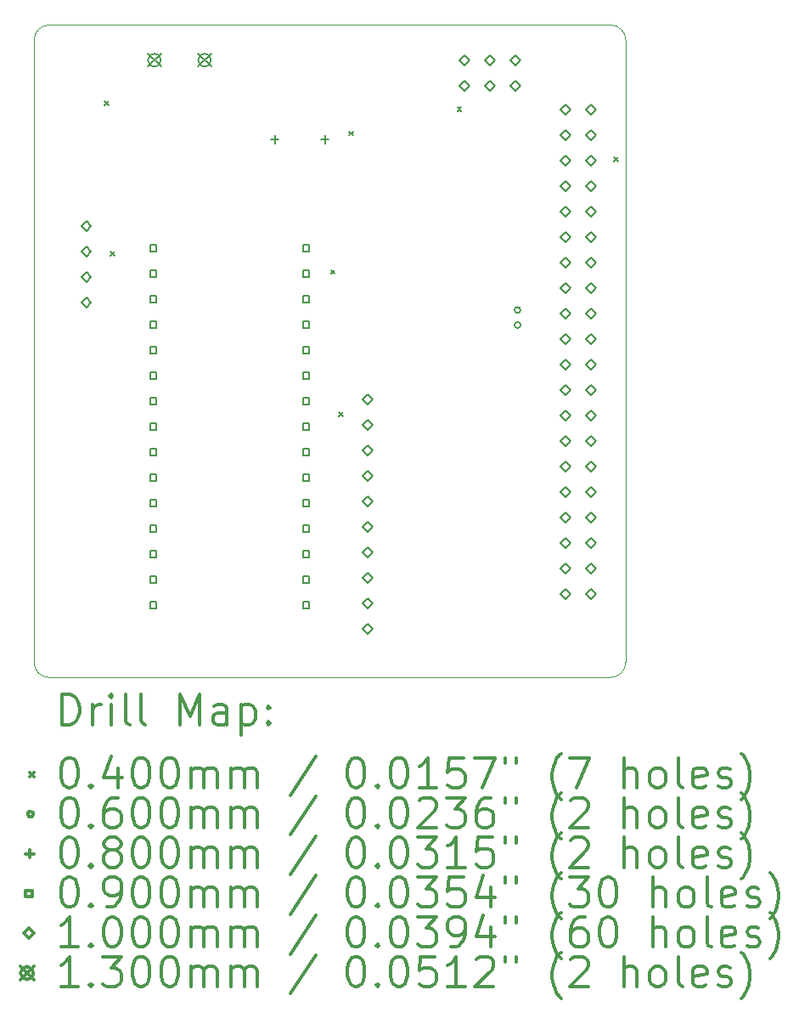
<source format=gbr>
%FSLAX45Y45*%
G04 Gerber Fmt 4.5, Leading zero omitted, Abs format (unit mm)*
G04 Created by KiCad (PCBNEW (5.1.10)-1) date 2022-04-09 21:30:46*
%MOMM*%
%LPD*%
G01*
G04 APERTURE LIST*
%TA.AperFunction,Profile*%
%ADD10C,0.100000*%
%TD*%
%ADD11C,0.200000*%
%ADD12C,0.300000*%
G04 APERTURE END LIST*
D10*
X9800000Y-7250000D02*
G75*
G02*
X9950000Y-7100000I150000J0D01*
G01*
X9950000Y-13600000D02*
G75*
G02*
X9800000Y-13450000I0J150000D01*
G01*
X15700000Y-13450000D02*
G75*
G02*
X15550000Y-13600000I-150000J0D01*
G01*
X9950000Y-7100000D02*
X15550000Y-7100000D01*
X9800000Y-13450000D02*
X9800000Y-7250000D01*
X15550000Y-13600000D02*
X9950000Y-13600000D01*
X15700000Y-7250000D02*
X15700000Y-13450000D01*
X15550000Y-7100000D02*
G75*
G02*
X15700000Y-7250000I0J-150000D01*
G01*
D11*
X10500000Y-7860000D02*
X10540000Y-7900000D01*
X10540000Y-7860000D02*
X10500000Y-7900000D01*
X10560000Y-9360000D02*
X10600000Y-9400000D01*
X10600000Y-9360000D02*
X10560000Y-9400000D01*
X12760000Y-9540000D02*
X12800000Y-9580000D01*
X12800000Y-9540000D02*
X12760000Y-9580000D01*
X12840000Y-10960000D02*
X12880000Y-11000000D01*
X12880000Y-10960000D02*
X12840000Y-11000000D01*
X12940000Y-8160000D02*
X12980000Y-8200000D01*
X12980000Y-8160000D02*
X12940000Y-8200000D01*
X14020000Y-7920000D02*
X14060000Y-7960000D01*
X14060000Y-7920000D02*
X14020000Y-7960000D01*
X15580000Y-8420000D02*
X15620000Y-8460000D01*
X15620000Y-8420000D02*
X15580000Y-8460000D01*
X14650000Y-9940000D02*
G75*
G03*
X14650000Y-9940000I-30000J0D01*
G01*
X14650000Y-10090000D02*
G75*
G03*
X14650000Y-10090000I-30000J0D01*
G01*
X12200000Y-8200000D02*
X12200000Y-8280000D01*
X12160000Y-8240000D02*
X12240000Y-8240000D01*
X12700000Y-8200000D02*
X12700000Y-8280000D01*
X12660000Y-8240000D02*
X12740000Y-8240000D01*
X11019820Y-9353820D02*
X11019820Y-9290180D01*
X10956180Y-9290180D01*
X10956180Y-9353820D01*
X11019820Y-9353820D01*
X11019820Y-9607820D02*
X11019820Y-9544180D01*
X10956180Y-9544180D01*
X10956180Y-9607820D01*
X11019820Y-9607820D01*
X11019820Y-9861820D02*
X11019820Y-9798180D01*
X10956180Y-9798180D01*
X10956180Y-9861820D01*
X11019820Y-9861820D01*
X11019820Y-10115820D02*
X11019820Y-10052180D01*
X10956180Y-10052180D01*
X10956180Y-10115820D01*
X11019820Y-10115820D01*
X11019820Y-10369820D02*
X11019820Y-10306180D01*
X10956180Y-10306180D01*
X10956180Y-10369820D01*
X11019820Y-10369820D01*
X11019820Y-10623820D02*
X11019820Y-10560180D01*
X10956180Y-10560180D01*
X10956180Y-10623820D01*
X11019820Y-10623820D01*
X11019820Y-10877820D02*
X11019820Y-10814180D01*
X10956180Y-10814180D01*
X10956180Y-10877820D01*
X11019820Y-10877820D01*
X11019820Y-11131820D02*
X11019820Y-11068180D01*
X10956180Y-11068180D01*
X10956180Y-11131820D01*
X11019820Y-11131820D01*
X11019820Y-11385820D02*
X11019820Y-11322180D01*
X10956180Y-11322180D01*
X10956180Y-11385820D01*
X11019820Y-11385820D01*
X11019820Y-11639820D02*
X11019820Y-11576180D01*
X10956180Y-11576180D01*
X10956180Y-11639820D01*
X11019820Y-11639820D01*
X11019820Y-11893820D02*
X11019820Y-11830180D01*
X10956180Y-11830180D01*
X10956180Y-11893820D01*
X11019820Y-11893820D01*
X11019820Y-12147820D02*
X11019820Y-12084180D01*
X10956180Y-12084180D01*
X10956180Y-12147820D01*
X11019820Y-12147820D01*
X11019820Y-12401820D02*
X11019820Y-12338180D01*
X10956180Y-12338180D01*
X10956180Y-12401820D01*
X11019820Y-12401820D01*
X11019820Y-12655820D02*
X11019820Y-12592180D01*
X10956180Y-12592180D01*
X10956180Y-12655820D01*
X11019820Y-12655820D01*
X11019820Y-12909820D02*
X11019820Y-12846180D01*
X10956180Y-12846180D01*
X10956180Y-12909820D01*
X11019820Y-12909820D01*
X12543820Y-9353820D02*
X12543820Y-9290180D01*
X12480180Y-9290180D01*
X12480180Y-9353820D01*
X12543820Y-9353820D01*
X12543820Y-9607820D02*
X12543820Y-9544180D01*
X12480180Y-9544180D01*
X12480180Y-9607820D01*
X12543820Y-9607820D01*
X12543820Y-9861820D02*
X12543820Y-9798180D01*
X12480180Y-9798180D01*
X12480180Y-9861820D01*
X12543820Y-9861820D01*
X12543820Y-10115820D02*
X12543820Y-10052180D01*
X12480180Y-10052180D01*
X12480180Y-10115820D01*
X12543820Y-10115820D01*
X12543820Y-10369820D02*
X12543820Y-10306180D01*
X12480180Y-10306180D01*
X12480180Y-10369820D01*
X12543820Y-10369820D01*
X12543820Y-10623820D02*
X12543820Y-10560180D01*
X12480180Y-10560180D01*
X12480180Y-10623820D01*
X12543820Y-10623820D01*
X12543820Y-10877820D02*
X12543820Y-10814180D01*
X12480180Y-10814180D01*
X12480180Y-10877820D01*
X12543820Y-10877820D01*
X12543820Y-11131820D02*
X12543820Y-11068180D01*
X12480180Y-11068180D01*
X12480180Y-11131820D01*
X12543820Y-11131820D01*
X12543820Y-11385820D02*
X12543820Y-11322180D01*
X12480180Y-11322180D01*
X12480180Y-11385820D01*
X12543820Y-11385820D01*
X12543820Y-11639820D02*
X12543820Y-11576180D01*
X12480180Y-11576180D01*
X12480180Y-11639820D01*
X12543820Y-11639820D01*
X12543820Y-11893820D02*
X12543820Y-11830180D01*
X12480180Y-11830180D01*
X12480180Y-11893820D01*
X12543820Y-11893820D01*
X12543820Y-12147820D02*
X12543820Y-12084180D01*
X12480180Y-12084180D01*
X12480180Y-12147820D01*
X12543820Y-12147820D01*
X12543820Y-12401820D02*
X12543820Y-12338180D01*
X12480180Y-12338180D01*
X12480180Y-12401820D01*
X12543820Y-12401820D01*
X12543820Y-12655820D02*
X12543820Y-12592180D01*
X12480180Y-12592180D01*
X12480180Y-12655820D01*
X12543820Y-12655820D01*
X12543820Y-12909820D02*
X12543820Y-12846180D01*
X12480180Y-12846180D01*
X12480180Y-12909820D01*
X12543820Y-12909820D01*
X10320000Y-9150000D02*
X10370000Y-9100000D01*
X10320000Y-9050000D01*
X10270000Y-9100000D01*
X10320000Y-9150000D01*
X10320000Y-9404000D02*
X10370000Y-9354000D01*
X10320000Y-9304000D01*
X10270000Y-9354000D01*
X10320000Y-9404000D01*
X10320000Y-9658000D02*
X10370000Y-9608000D01*
X10320000Y-9558000D01*
X10270000Y-9608000D01*
X10320000Y-9658000D01*
X10320000Y-9912000D02*
X10370000Y-9862000D01*
X10320000Y-9812000D01*
X10270000Y-9862000D01*
X10320000Y-9912000D01*
X13125000Y-10880000D02*
X13175000Y-10830000D01*
X13125000Y-10780000D01*
X13075000Y-10830000D01*
X13125000Y-10880000D01*
X13125000Y-11134000D02*
X13175000Y-11084000D01*
X13125000Y-11034000D01*
X13075000Y-11084000D01*
X13125000Y-11134000D01*
X13125000Y-11388000D02*
X13175000Y-11338000D01*
X13125000Y-11288000D01*
X13075000Y-11338000D01*
X13125000Y-11388000D01*
X13125000Y-11642000D02*
X13175000Y-11592000D01*
X13125000Y-11542000D01*
X13075000Y-11592000D01*
X13125000Y-11642000D01*
X13125000Y-11896000D02*
X13175000Y-11846000D01*
X13125000Y-11796000D01*
X13075000Y-11846000D01*
X13125000Y-11896000D01*
X13125000Y-12150000D02*
X13175000Y-12100000D01*
X13125000Y-12050000D01*
X13075000Y-12100000D01*
X13125000Y-12150000D01*
X13125000Y-12404000D02*
X13175000Y-12354000D01*
X13125000Y-12304000D01*
X13075000Y-12354000D01*
X13125000Y-12404000D01*
X13125000Y-12658000D02*
X13175000Y-12608000D01*
X13125000Y-12558000D01*
X13075000Y-12608000D01*
X13125000Y-12658000D01*
X13125000Y-12912000D02*
X13175000Y-12862000D01*
X13125000Y-12812000D01*
X13075000Y-12862000D01*
X13125000Y-12912000D01*
X13125000Y-13166000D02*
X13175000Y-13116000D01*
X13125000Y-13066000D01*
X13075000Y-13116000D01*
X13125000Y-13166000D01*
X14092000Y-7500000D02*
X14142000Y-7450000D01*
X14092000Y-7400000D01*
X14042000Y-7450000D01*
X14092000Y-7500000D01*
X14092000Y-7754000D02*
X14142000Y-7704000D01*
X14092000Y-7654000D01*
X14042000Y-7704000D01*
X14092000Y-7754000D01*
X14346000Y-7500000D02*
X14396000Y-7450000D01*
X14346000Y-7400000D01*
X14296000Y-7450000D01*
X14346000Y-7500000D01*
X14346000Y-7754000D02*
X14396000Y-7704000D01*
X14346000Y-7654000D01*
X14296000Y-7704000D01*
X14346000Y-7754000D01*
X14600000Y-7500000D02*
X14650000Y-7450000D01*
X14600000Y-7400000D01*
X14550000Y-7450000D01*
X14600000Y-7500000D01*
X14600000Y-7754000D02*
X14650000Y-7704000D01*
X14600000Y-7654000D01*
X14550000Y-7704000D01*
X14600000Y-7754000D01*
X15100000Y-7990000D02*
X15150000Y-7940000D01*
X15100000Y-7890000D01*
X15050000Y-7940000D01*
X15100000Y-7990000D01*
X15100000Y-8244000D02*
X15150000Y-8194000D01*
X15100000Y-8144000D01*
X15050000Y-8194000D01*
X15100000Y-8244000D01*
X15100000Y-8498000D02*
X15150000Y-8448000D01*
X15100000Y-8398000D01*
X15050000Y-8448000D01*
X15100000Y-8498000D01*
X15100000Y-8752000D02*
X15150000Y-8702000D01*
X15100000Y-8652000D01*
X15050000Y-8702000D01*
X15100000Y-8752000D01*
X15100000Y-9006000D02*
X15150000Y-8956000D01*
X15100000Y-8906000D01*
X15050000Y-8956000D01*
X15100000Y-9006000D01*
X15100000Y-9260000D02*
X15150000Y-9210000D01*
X15100000Y-9160000D01*
X15050000Y-9210000D01*
X15100000Y-9260000D01*
X15100000Y-9514000D02*
X15150000Y-9464000D01*
X15100000Y-9414000D01*
X15050000Y-9464000D01*
X15100000Y-9514000D01*
X15100000Y-9768000D02*
X15150000Y-9718000D01*
X15100000Y-9668000D01*
X15050000Y-9718000D01*
X15100000Y-9768000D01*
X15100000Y-10022000D02*
X15150000Y-9972000D01*
X15100000Y-9922000D01*
X15050000Y-9972000D01*
X15100000Y-10022000D01*
X15100000Y-10276000D02*
X15150000Y-10226000D01*
X15100000Y-10176000D01*
X15050000Y-10226000D01*
X15100000Y-10276000D01*
X15100000Y-10530000D02*
X15150000Y-10480000D01*
X15100000Y-10430000D01*
X15050000Y-10480000D01*
X15100000Y-10530000D01*
X15100000Y-10784000D02*
X15150000Y-10734000D01*
X15100000Y-10684000D01*
X15050000Y-10734000D01*
X15100000Y-10784000D01*
X15100000Y-11038000D02*
X15150000Y-10988000D01*
X15100000Y-10938000D01*
X15050000Y-10988000D01*
X15100000Y-11038000D01*
X15100000Y-11292000D02*
X15150000Y-11242000D01*
X15100000Y-11192000D01*
X15050000Y-11242000D01*
X15100000Y-11292000D01*
X15100000Y-11546000D02*
X15150000Y-11496000D01*
X15100000Y-11446000D01*
X15050000Y-11496000D01*
X15100000Y-11546000D01*
X15100000Y-11800000D02*
X15150000Y-11750000D01*
X15100000Y-11700000D01*
X15050000Y-11750000D01*
X15100000Y-11800000D01*
X15100000Y-12054000D02*
X15150000Y-12004000D01*
X15100000Y-11954000D01*
X15050000Y-12004000D01*
X15100000Y-12054000D01*
X15100000Y-12308000D02*
X15150000Y-12258000D01*
X15100000Y-12208000D01*
X15050000Y-12258000D01*
X15100000Y-12308000D01*
X15100000Y-12562000D02*
X15150000Y-12512000D01*
X15100000Y-12462000D01*
X15050000Y-12512000D01*
X15100000Y-12562000D01*
X15100000Y-12816000D02*
X15150000Y-12766000D01*
X15100000Y-12716000D01*
X15050000Y-12766000D01*
X15100000Y-12816000D01*
X15354000Y-7990000D02*
X15404000Y-7940000D01*
X15354000Y-7890000D01*
X15304000Y-7940000D01*
X15354000Y-7990000D01*
X15354000Y-8244000D02*
X15404000Y-8194000D01*
X15354000Y-8144000D01*
X15304000Y-8194000D01*
X15354000Y-8244000D01*
X15354000Y-8498000D02*
X15404000Y-8448000D01*
X15354000Y-8398000D01*
X15304000Y-8448000D01*
X15354000Y-8498000D01*
X15354000Y-8752000D02*
X15404000Y-8702000D01*
X15354000Y-8652000D01*
X15304000Y-8702000D01*
X15354000Y-8752000D01*
X15354000Y-9006000D02*
X15404000Y-8956000D01*
X15354000Y-8906000D01*
X15304000Y-8956000D01*
X15354000Y-9006000D01*
X15354000Y-9260000D02*
X15404000Y-9210000D01*
X15354000Y-9160000D01*
X15304000Y-9210000D01*
X15354000Y-9260000D01*
X15354000Y-9514000D02*
X15404000Y-9464000D01*
X15354000Y-9414000D01*
X15304000Y-9464000D01*
X15354000Y-9514000D01*
X15354000Y-9768000D02*
X15404000Y-9718000D01*
X15354000Y-9668000D01*
X15304000Y-9718000D01*
X15354000Y-9768000D01*
X15354000Y-10022000D02*
X15404000Y-9972000D01*
X15354000Y-9922000D01*
X15304000Y-9972000D01*
X15354000Y-10022000D01*
X15354000Y-10276000D02*
X15404000Y-10226000D01*
X15354000Y-10176000D01*
X15304000Y-10226000D01*
X15354000Y-10276000D01*
X15354000Y-10530000D02*
X15404000Y-10480000D01*
X15354000Y-10430000D01*
X15304000Y-10480000D01*
X15354000Y-10530000D01*
X15354000Y-10784000D02*
X15404000Y-10734000D01*
X15354000Y-10684000D01*
X15304000Y-10734000D01*
X15354000Y-10784000D01*
X15354000Y-11038000D02*
X15404000Y-10988000D01*
X15354000Y-10938000D01*
X15304000Y-10988000D01*
X15354000Y-11038000D01*
X15354000Y-11292000D02*
X15404000Y-11242000D01*
X15354000Y-11192000D01*
X15304000Y-11242000D01*
X15354000Y-11292000D01*
X15354000Y-11546000D02*
X15404000Y-11496000D01*
X15354000Y-11446000D01*
X15304000Y-11496000D01*
X15354000Y-11546000D01*
X15354000Y-11800000D02*
X15404000Y-11750000D01*
X15354000Y-11700000D01*
X15304000Y-11750000D01*
X15354000Y-11800000D01*
X15354000Y-12054000D02*
X15404000Y-12004000D01*
X15354000Y-11954000D01*
X15304000Y-12004000D01*
X15354000Y-12054000D01*
X15354000Y-12308000D02*
X15404000Y-12258000D01*
X15354000Y-12208000D01*
X15304000Y-12258000D01*
X15354000Y-12308000D01*
X15354000Y-12562000D02*
X15404000Y-12512000D01*
X15354000Y-12462000D01*
X15304000Y-12512000D01*
X15354000Y-12562000D01*
X15354000Y-12816000D02*
X15404000Y-12766000D01*
X15354000Y-12716000D01*
X15304000Y-12766000D01*
X15354000Y-12816000D01*
X10935000Y-7385000D02*
X11065000Y-7515000D01*
X11065000Y-7385000D02*
X10935000Y-7515000D01*
X11065000Y-7450000D02*
G75*
G03*
X11065000Y-7450000I-65000J0D01*
G01*
X11435000Y-7385000D02*
X11565000Y-7515000D01*
X11565000Y-7385000D02*
X11435000Y-7515000D01*
X11565000Y-7450000D02*
G75*
G03*
X11565000Y-7450000I-65000J0D01*
G01*
D12*
X10081428Y-14070714D02*
X10081428Y-13770714D01*
X10152857Y-13770714D01*
X10195714Y-13785000D01*
X10224286Y-13813571D01*
X10238571Y-13842143D01*
X10252857Y-13899286D01*
X10252857Y-13942143D01*
X10238571Y-13999286D01*
X10224286Y-14027857D01*
X10195714Y-14056429D01*
X10152857Y-14070714D01*
X10081428Y-14070714D01*
X10381428Y-14070714D02*
X10381428Y-13870714D01*
X10381428Y-13927857D02*
X10395714Y-13899286D01*
X10410000Y-13885000D01*
X10438571Y-13870714D01*
X10467143Y-13870714D01*
X10567143Y-14070714D02*
X10567143Y-13870714D01*
X10567143Y-13770714D02*
X10552857Y-13785000D01*
X10567143Y-13799286D01*
X10581428Y-13785000D01*
X10567143Y-13770714D01*
X10567143Y-13799286D01*
X10752857Y-14070714D02*
X10724286Y-14056429D01*
X10710000Y-14027857D01*
X10710000Y-13770714D01*
X10910000Y-14070714D02*
X10881428Y-14056429D01*
X10867143Y-14027857D01*
X10867143Y-13770714D01*
X11252857Y-14070714D02*
X11252857Y-13770714D01*
X11352857Y-13985000D01*
X11452857Y-13770714D01*
X11452857Y-14070714D01*
X11724286Y-14070714D02*
X11724286Y-13913571D01*
X11710000Y-13885000D01*
X11681428Y-13870714D01*
X11624286Y-13870714D01*
X11595714Y-13885000D01*
X11724286Y-14056429D02*
X11695714Y-14070714D01*
X11624286Y-14070714D01*
X11595714Y-14056429D01*
X11581428Y-14027857D01*
X11581428Y-13999286D01*
X11595714Y-13970714D01*
X11624286Y-13956429D01*
X11695714Y-13956429D01*
X11724286Y-13942143D01*
X11867143Y-13870714D02*
X11867143Y-14170714D01*
X11867143Y-13885000D02*
X11895714Y-13870714D01*
X11952857Y-13870714D01*
X11981428Y-13885000D01*
X11995714Y-13899286D01*
X12010000Y-13927857D01*
X12010000Y-14013571D01*
X11995714Y-14042143D01*
X11981428Y-14056429D01*
X11952857Y-14070714D01*
X11895714Y-14070714D01*
X11867143Y-14056429D01*
X12138571Y-14042143D02*
X12152857Y-14056429D01*
X12138571Y-14070714D01*
X12124286Y-14056429D01*
X12138571Y-14042143D01*
X12138571Y-14070714D01*
X12138571Y-13885000D02*
X12152857Y-13899286D01*
X12138571Y-13913571D01*
X12124286Y-13899286D01*
X12138571Y-13885000D01*
X12138571Y-13913571D01*
X9755000Y-14545000D02*
X9795000Y-14585000D01*
X9795000Y-14545000D02*
X9755000Y-14585000D01*
X10138571Y-14400714D02*
X10167143Y-14400714D01*
X10195714Y-14415000D01*
X10210000Y-14429286D01*
X10224286Y-14457857D01*
X10238571Y-14515000D01*
X10238571Y-14586429D01*
X10224286Y-14643571D01*
X10210000Y-14672143D01*
X10195714Y-14686429D01*
X10167143Y-14700714D01*
X10138571Y-14700714D01*
X10110000Y-14686429D01*
X10095714Y-14672143D01*
X10081428Y-14643571D01*
X10067143Y-14586429D01*
X10067143Y-14515000D01*
X10081428Y-14457857D01*
X10095714Y-14429286D01*
X10110000Y-14415000D01*
X10138571Y-14400714D01*
X10367143Y-14672143D02*
X10381428Y-14686429D01*
X10367143Y-14700714D01*
X10352857Y-14686429D01*
X10367143Y-14672143D01*
X10367143Y-14700714D01*
X10638571Y-14500714D02*
X10638571Y-14700714D01*
X10567143Y-14386429D02*
X10495714Y-14600714D01*
X10681428Y-14600714D01*
X10852857Y-14400714D02*
X10881428Y-14400714D01*
X10910000Y-14415000D01*
X10924286Y-14429286D01*
X10938571Y-14457857D01*
X10952857Y-14515000D01*
X10952857Y-14586429D01*
X10938571Y-14643571D01*
X10924286Y-14672143D01*
X10910000Y-14686429D01*
X10881428Y-14700714D01*
X10852857Y-14700714D01*
X10824286Y-14686429D01*
X10810000Y-14672143D01*
X10795714Y-14643571D01*
X10781428Y-14586429D01*
X10781428Y-14515000D01*
X10795714Y-14457857D01*
X10810000Y-14429286D01*
X10824286Y-14415000D01*
X10852857Y-14400714D01*
X11138571Y-14400714D02*
X11167143Y-14400714D01*
X11195714Y-14415000D01*
X11210000Y-14429286D01*
X11224286Y-14457857D01*
X11238571Y-14515000D01*
X11238571Y-14586429D01*
X11224286Y-14643571D01*
X11210000Y-14672143D01*
X11195714Y-14686429D01*
X11167143Y-14700714D01*
X11138571Y-14700714D01*
X11110000Y-14686429D01*
X11095714Y-14672143D01*
X11081428Y-14643571D01*
X11067143Y-14586429D01*
X11067143Y-14515000D01*
X11081428Y-14457857D01*
X11095714Y-14429286D01*
X11110000Y-14415000D01*
X11138571Y-14400714D01*
X11367143Y-14700714D02*
X11367143Y-14500714D01*
X11367143Y-14529286D02*
X11381428Y-14515000D01*
X11410000Y-14500714D01*
X11452857Y-14500714D01*
X11481428Y-14515000D01*
X11495714Y-14543571D01*
X11495714Y-14700714D01*
X11495714Y-14543571D02*
X11510000Y-14515000D01*
X11538571Y-14500714D01*
X11581428Y-14500714D01*
X11610000Y-14515000D01*
X11624286Y-14543571D01*
X11624286Y-14700714D01*
X11767143Y-14700714D02*
X11767143Y-14500714D01*
X11767143Y-14529286D02*
X11781428Y-14515000D01*
X11810000Y-14500714D01*
X11852857Y-14500714D01*
X11881428Y-14515000D01*
X11895714Y-14543571D01*
X11895714Y-14700714D01*
X11895714Y-14543571D02*
X11910000Y-14515000D01*
X11938571Y-14500714D01*
X11981428Y-14500714D01*
X12010000Y-14515000D01*
X12024286Y-14543571D01*
X12024286Y-14700714D01*
X12610000Y-14386429D02*
X12352857Y-14772143D01*
X12995714Y-14400714D02*
X13024286Y-14400714D01*
X13052857Y-14415000D01*
X13067143Y-14429286D01*
X13081428Y-14457857D01*
X13095714Y-14515000D01*
X13095714Y-14586429D01*
X13081428Y-14643571D01*
X13067143Y-14672143D01*
X13052857Y-14686429D01*
X13024286Y-14700714D01*
X12995714Y-14700714D01*
X12967143Y-14686429D01*
X12952857Y-14672143D01*
X12938571Y-14643571D01*
X12924286Y-14586429D01*
X12924286Y-14515000D01*
X12938571Y-14457857D01*
X12952857Y-14429286D01*
X12967143Y-14415000D01*
X12995714Y-14400714D01*
X13224286Y-14672143D02*
X13238571Y-14686429D01*
X13224286Y-14700714D01*
X13210000Y-14686429D01*
X13224286Y-14672143D01*
X13224286Y-14700714D01*
X13424286Y-14400714D02*
X13452857Y-14400714D01*
X13481428Y-14415000D01*
X13495714Y-14429286D01*
X13510000Y-14457857D01*
X13524286Y-14515000D01*
X13524286Y-14586429D01*
X13510000Y-14643571D01*
X13495714Y-14672143D01*
X13481428Y-14686429D01*
X13452857Y-14700714D01*
X13424286Y-14700714D01*
X13395714Y-14686429D01*
X13381428Y-14672143D01*
X13367143Y-14643571D01*
X13352857Y-14586429D01*
X13352857Y-14515000D01*
X13367143Y-14457857D01*
X13381428Y-14429286D01*
X13395714Y-14415000D01*
X13424286Y-14400714D01*
X13810000Y-14700714D02*
X13638571Y-14700714D01*
X13724286Y-14700714D02*
X13724286Y-14400714D01*
X13695714Y-14443571D01*
X13667143Y-14472143D01*
X13638571Y-14486429D01*
X14081428Y-14400714D02*
X13938571Y-14400714D01*
X13924286Y-14543571D01*
X13938571Y-14529286D01*
X13967143Y-14515000D01*
X14038571Y-14515000D01*
X14067143Y-14529286D01*
X14081428Y-14543571D01*
X14095714Y-14572143D01*
X14095714Y-14643571D01*
X14081428Y-14672143D01*
X14067143Y-14686429D01*
X14038571Y-14700714D01*
X13967143Y-14700714D01*
X13938571Y-14686429D01*
X13924286Y-14672143D01*
X14195714Y-14400714D02*
X14395714Y-14400714D01*
X14267143Y-14700714D01*
X14495714Y-14400714D02*
X14495714Y-14457857D01*
X14610000Y-14400714D02*
X14610000Y-14457857D01*
X15052857Y-14815000D02*
X15038571Y-14800714D01*
X15010000Y-14757857D01*
X14995714Y-14729286D01*
X14981428Y-14686429D01*
X14967143Y-14615000D01*
X14967143Y-14557857D01*
X14981428Y-14486429D01*
X14995714Y-14443571D01*
X15010000Y-14415000D01*
X15038571Y-14372143D01*
X15052857Y-14357857D01*
X15138571Y-14400714D02*
X15338571Y-14400714D01*
X15210000Y-14700714D01*
X15681428Y-14700714D02*
X15681428Y-14400714D01*
X15810000Y-14700714D02*
X15810000Y-14543571D01*
X15795714Y-14515000D01*
X15767143Y-14500714D01*
X15724286Y-14500714D01*
X15695714Y-14515000D01*
X15681428Y-14529286D01*
X15995714Y-14700714D02*
X15967143Y-14686429D01*
X15952857Y-14672143D01*
X15938571Y-14643571D01*
X15938571Y-14557857D01*
X15952857Y-14529286D01*
X15967143Y-14515000D01*
X15995714Y-14500714D01*
X16038571Y-14500714D01*
X16067143Y-14515000D01*
X16081428Y-14529286D01*
X16095714Y-14557857D01*
X16095714Y-14643571D01*
X16081428Y-14672143D01*
X16067143Y-14686429D01*
X16038571Y-14700714D01*
X15995714Y-14700714D01*
X16267143Y-14700714D02*
X16238571Y-14686429D01*
X16224286Y-14657857D01*
X16224286Y-14400714D01*
X16495714Y-14686429D02*
X16467143Y-14700714D01*
X16410000Y-14700714D01*
X16381428Y-14686429D01*
X16367143Y-14657857D01*
X16367143Y-14543571D01*
X16381428Y-14515000D01*
X16410000Y-14500714D01*
X16467143Y-14500714D01*
X16495714Y-14515000D01*
X16510000Y-14543571D01*
X16510000Y-14572143D01*
X16367143Y-14600714D01*
X16624286Y-14686429D02*
X16652857Y-14700714D01*
X16710000Y-14700714D01*
X16738571Y-14686429D01*
X16752857Y-14657857D01*
X16752857Y-14643571D01*
X16738571Y-14615000D01*
X16710000Y-14600714D01*
X16667143Y-14600714D01*
X16638571Y-14586429D01*
X16624286Y-14557857D01*
X16624286Y-14543571D01*
X16638571Y-14515000D01*
X16667143Y-14500714D01*
X16710000Y-14500714D01*
X16738571Y-14515000D01*
X16852857Y-14815000D02*
X16867143Y-14800714D01*
X16895714Y-14757857D01*
X16910000Y-14729286D01*
X16924286Y-14686429D01*
X16938571Y-14615000D01*
X16938571Y-14557857D01*
X16924286Y-14486429D01*
X16910000Y-14443571D01*
X16895714Y-14415000D01*
X16867143Y-14372143D01*
X16852857Y-14357857D01*
X9795000Y-14961000D02*
G75*
G03*
X9795000Y-14961000I-30000J0D01*
G01*
X10138571Y-14796714D02*
X10167143Y-14796714D01*
X10195714Y-14811000D01*
X10210000Y-14825286D01*
X10224286Y-14853857D01*
X10238571Y-14911000D01*
X10238571Y-14982429D01*
X10224286Y-15039571D01*
X10210000Y-15068143D01*
X10195714Y-15082429D01*
X10167143Y-15096714D01*
X10138571Y-15096714D01*
X10110000Y-15082429D01*
X10095714Y-15068143D01*
X10081428Y-15039571D01*
X10067143Y-14982429D01*
X10067143Y-14911000D01*
X10081428Y-14853857D01*
X10095714Y-14825286D01*
X10110000Y-14811000D01*
X10138571Y-14796714D01*
X10367143Y-15068143D02*
X10381428Y-15082429D01*
X10367143Y-15096714D01*
X10352857Y-15082429D01*
X10367143Y-15068143D01*
X10367143Y-15096714D01*
X10638571Y-14796714D02*
X10581428Y-14796714D01*
X10552857Y-14811000D01*
X10538571Y-14825286D01*
X10510000Y-14868143D01*
X10495714Y-14925286D01*
X10495714Y-15039571D01*
X10510000Y-15068143D01*
X10524286Y-15082429D01*
X10552857Y-15096714D01*
X10610000Y-15096714D01*
X10638571Y-15082429D01*
X10652857Y-15068143D01*
X10667143Y-15039571D01*
X10667143Y-14968143D01*
X10652857Y-14939571D01*
X10638571Y-14925286D01*
X10610000Y-14911000D01*
X10552857Y-14911000D01*
X10524286Y-14925286D01*
X10510000Y-14939571D01*
X10495714Y-14968143D01*
X10852857Y-14796714D02*
X10881428Y-14796714D01*
X10910000Y-14811000D01*
X10924286Y-14825286D01*
X10938571Y-14853857D01*
X10952857Y-14911000D01*
X10952857Y-14982429D01*
X10938571Y-15039571D01*
X10924286Y-15068143D01*
X10910000Y-15082429D01*
X10881428Y-15096714D01*
X10852857Y-15096714D01*
X10824286Y-15082429D01*
X10810000Y-15068143D01*
X10795714Y-15039571D01*
X10781428Y-14982429D01*
X10781428Y-14911000D01*
X10795714Y-14853857D01*
X10810000Y-14825286D01*
X10824286Y-14811000D01*
X10852857Y-14796714D01*
X11138571Y-14796714D02*
X11167143Y-14796714D01*
X11195714Y-14811000D01*
X11210000Y-14825286D01*
X11224286Y-14853857D01*
X11238571Y-14911000D01*
X11238571Y-14982429D01*
X11224286Y-15039571D01*
X11210000Y-15068143D01*
X11195714Y-15082429D01*
X11167143Y-15096714D01*
X11138571Y-15096714D01*
X11110000Y-15082429D01*
X11095714Y-15068143D01*
X11081428Y-15039571D01*
X11067143Y-14982429D01*
X11067143Y-14911000D01*
X11081428Y-14853857D01*
X11095714Y-14825286D01*
X11110000Y-14811000D01*
X11138571Y-14796714D01*
X11367143Y-15096714D02*
X11367143Y-14896714D01*
X11367143Y-14925286D02*
X11381428Y-14911000D01*
X11410000Y-14896714D01*
X11452857Y-14896714D01*
X11481428Y-14911000D01*
X11495714Y-14939571D01*
X11495714Y-15096714D01*
X11495714Y-14939571D02*
X11510000Y-14911000D01*
X11538571Y-14896714D01*
X11581428Y-14896714D01*
X11610000Y-14911000D01*
X11624286Y-14939571D01*
X11624286Y-15096714D01*
X11767143Y-15096714D02*
X11767143Y-14896714D01*
X11767143Y-14925286D02*
X11781428Y-14911000D01*
X11810000Y-14896714D01*
X11852857Y-14896714D01*
X11881428Y-14911000D01*
X11895714Y-14939571D01*
X11895714Y-15096714D01*
X11895714Y-14939571D02*
X11910000Y-14911000D01*
X11938571Y-14896714D01*
X11981428Y-14896714D01*
X12010000Y-14911000D01*
X12024286Y-14939571D01*
X12024286Y-15096714D01*
X12610000Y-14782429D02*
X12352857Y-15168143D01*
X12995714Y-14796714D02*
X13024286Y-14796714D01*
X13052857Y-14811000D01*
X13067143Y-14825286D01*
X13081428Y-14853857D01*
X13095714Y-14911000D01*
X13095714Y-14982429D01*
X13081428Y-15039571D01*
X13067143Y-15068143D01*
X13052857Y-15082429D01*
X13024286Y-15096714D01*
X12995714Y-15096714D01*
X12967143Y-15082429D01*
X12952857Y-15068143D01*
X12938571Y-15039571D01*
X12924286Y-14982429D01*
X12924286Y-14911000D01*
X12938571Y-14853857D01*
X12952857Y-14825286D01*
X12967143Y-14811000D01*
X12995714Y-14796714D01*
X13224286Y-15068143D02*
X13238571Y-15082429D01*
X13224286Y-15096714D01*
X13210000Y-15082429D01*
X13224286Y-15068143D01*
X13224286Y-15096714D01*
X13424286Y-14796714D02*
X13452857Y-14796714D01*
X13481428Y-14811000D01*
X13495714Y-14825286D01*
X13510000Y-14853857D01*
X13524286Y-14911000D01*
X13524286Y-14982429D01*
X13510000Y-15039571D01*
X13495714Y-15068143D01*
X13481428Y-15082429D01*
X13452857Y-15096714D01*
X13424286Y-15096714D01*
X13395714Y-15082429D01*
X13381428Y-15068143D01*
X13367143Y-15039571D01*
X13352857Y-14982429D01*
X13352857Y-14911000D01*
X13367143Y-14853857D01*
X13381428Y-14825286D01*
X13395714Y-14811000D01*
X13424286Y-14796714D01*
X13638571Y-14825286D02*
X13652857Y-14811000D01*
X13681428Y-14796714D01*
X13752857Y-14796714D01*
X13781428Y-14811000D01*
X13795714Y-14825286D01*
X13810000Y-14853857D01*
X13810000Y-14882429D01*
X13795714Y-14925286D01*
X13624286Y-15096714D01*
X13810000Y-15096714D01*
X13910000Y-14796714D02*
X14095714Y-14796714D01*
X13995714Y-14911000D01*
X14038571Y-14911000D01*
X14067143Y-14925286D01*
X14081428Y-14939571D01*
X14095714Y-14968143D01*
X14095714Y-15039571D01*
X14081428Y-15068143D01*
X14067143Y-15082429D01*
X14038571Y-15096714D01*
X13952857Y-15096714D01*
X13924286Y-15082429D01*
X13910000Y-15068143D01*
X14352857Y-14796714D02*
X14295714Y-14796714D01*
X14267143Y-14811000D01*
X14252857Y-14825286D01*
X14224286Y-14868143D01*
X14210000Y-14925286D01*
X14210000Y-15039571D01*
X14224286Y-15068143D01*
X14238571Y-15082429D01*
X14267143Y-15096714D01*
X14324286Y-15096714D01*
X14352857Y-15082429D01*
X14367143Y-15068143D01*
X14381428Y-15039571D01*
X14381428Y-14968143D01*
X14367143Y-14939571D01*
X14352857Y-14925286D01*
X14324286Y-14911000D01*
X14267143Y-14911000D01*
X14238571Y-14925286D01*
X14224286Y-14939571D01*
X14210000Y-14968143D01*
X14495714Y-14796714D02*
X14495714Y-14853857D01*
X14610000Y-14796714D02*
X14610000Y-14853857D01*
X15052857Y-15211000D02*
X15038571Y-15196714D01*
X15010000Y-15153857D01*
X14995714Y-15125286D01*
X14981428Y-15082429D01*
X14967143Y-15011000D01*
X14967143Y-14953857D01*
X14981428Y-14882429D01*
X14995714Y-14839571D01*
X15010000Y-14811000D01*
X15038571Y-14768143D01*
X15052857Y-14753857D01*
X15152857Y-14825286D02*
X15167143Y-14811000D01*
X15195714Y-14796714D01*
X15267143Y-14796714D01*
X15295714Y-14811000D01*
X15310000Y-14825286D01*
X15324286Y-14853857D01*
X15324286Y-14882429D01*
X15310000Y-14925286D01*
X15138571Y-15096714D01*
X15324286Y-15096714D01*
X15681428Y-15096714D02*
X15681428Y-14796714D01*
X15810000Y-15096714D02*
X15810000Y-14939571D01*
X15795714Y-14911000D01*
X15767143Y-14896714D01*
X15724286Y-14896714D01*
X15695714Y-14911000D01*
X15681428Y-14925286D01*
X15995714Y-15096714D02*
X15967143Y-15082429D01*
X15952857Y-15068143D01*
X15938571Y-15039571D01*
X15938571Y-14953857D01*
X15952857Y-14925286D01*
X15967143Y-14911000D01*
X15995714Y-14896714D01*
X16038571Y-14896714D01*
X16067143Y-14911000D01*
X16081428Y-14925286D01*
X16095714Y-14953857D01*
X16095714Y-15039571D01*
X16081428Y-15068143D01*
X16067143Y-15082429D01*
X16038571Y-15096714D01*
X15995714Y-15096714D01*
X16267143Y-15096714D02*
X16238571Y-15082429D01*
X16224286Y-15053857D01*
X16224286Y-14796714D01*
X16495714Y-15082429D02*
X16467143Y-15096714D01*
X16410000Y-15096714D01*
X16381428Y-15082429D01*
X16367143Y-15053857D01*
X16367143Y-14939571D01*
X16381428Y-14911000D01*
X16410000Y-14896714D01*
X16467143Y-14896714D01*
X16495714Y-14911000D01*
X16510000Y-14939571D01*
X16510000Y-14968143D01*
X16367143Y-14996714D01*
X16624286Y-15082429D02*
X16652857Y-15096714D01*
X16710000Y-15096714D01*
X16738571Y-15082429D01*
X16752857Y-15053857D01*
X16752857Y-15039571D01*
X16738571Y-15011000D01*
X16710000Y-14996714D01*
X16667143Y-14996714D01*
X16638571Y-14982429D01*
X16624286Y-14953857D01*
X16624286Y-14939571D01*
X16638571Y-14911000D01*
X16667143Y-14896714D01*
X16710000Y-14896714D01*
X16738571Y-14911000D01*
X16852857Y-15211000D02*
X16867143Y-15196714D01*
X16895714Y-15153857D01*
X16910000Y-15125286D01*
X16924286Y-15082429D01*
X16938571Y-15011000D01*
X16938571Y-14953857D01*
X16924286Y-14882429D01*
X16910000Y-14839571D01*
X16895714Y-14811000D01*
X16867143Y-14768143D01*
X16852857Y-14753857D01*
X9755000Y-15317000D02*
X9755000Y-15397000D01*
X9715000Y-15357000D02*
X9795000Y-15357000D01*
X10138571Y-15192714D02*
X10167143Y-15192714D01*
X10195714Y-15207000D01*
X10210000Y-15221286D01*
X10224286Y-15249857D01*
X10238571Y-15307000D01*
X10238571Y-15378429D01*
X10224286Y-15435571D01*
X10210000Y-15464143D01*
X10195714Y-15478429D01*
X10167143Y-15492714D01*
X10138571Y-15492714D01*
X10110000Y-15478429D01*
X10095714Y-15464143D01*
X10081428Y-15435571D01*
X10067143Y-15378429D01*
X10067143Y-15307000D01*
X10081428Y-15249857D01*
X10095714Y-15221286D01*
X10110000Y-15207000D01*
X10138571Y-15192714D01*
X10367143Y-15464143D02*
X10381428Y-15478429D01*
X10367143Y-15492714D01*
X10352857Y-15478429D01*
X10367143Y-15464143D01*
X10367143Y-15492714D01*
X10552857Y-15321286D02*
X10524286Y-15307000D01*
X10510000Y-15292714D01*
X10495714Y-15264143D01*
X10495714Y-15249857D01*
X10510000Y-15221286D01*
X10524286Y-15207000D01*
X10552857Y-15192714D01*
X10610000Y-15192714D01*
X10638571Y-15207000D01*
X10652857Y-15221286D01*
X10667143Y-15249857D01*
X10667143Y-15264143D01*
X10652857Y-15292714D01*
X10638571Y-15307000D01*
X10610000Y-15321286D01*
X10552857Y-15321286D01*
X10524286Y-15335571D01*
X10510000Y-15349857D01*
X10495714Y-15378429D01*
X10495714Y-15435571D01*
X10510000Y-15464143D01*
X10524286Y-15478429D01*
X10552857Y-15492714D01*
X10610000Y-15492714D01*
X10638571Y-15478429D01*
X10652857Y-15464143D01*
X10667143Y-15435571D01*
X10667143Y-15378429D01*
X10652857Y-15349857D01*
X10638571Y-15335571D01*
X10610000Y-15321286D01*
X10852857Y-15192714D02*
X10881428Y-15192714D01*
X10910000Y-15207000D01*
X10924286Y-15221286D01*
X10938571Y-15249857D01*
X10952857Y-15307000D01*
X10952857Y-15378429D01*
X10938571Y-15435571D01*
X10924286Y-15464143D01*
X10910000Y-15478429D01*
X10881428Y-15492714D01*
X10852857Y-15492714D01*
X10824286Y-15478429D01*
X10810000Y-15464143D01*
X10795714Y-15435571D01*
X10781428Y-15378429D01*
X10781428Y-15307000D01*
X10795714Y-15249857D01*
X10810000Y-15221286D01*
X10824286Y-15207000D01*
X10852857Y-15192714D01*
X11138571Y-15192714D02*
X11167143Y-15192714D01*
X11195714Y-15207000D01*
X11210000Y-15221286D01*
X11224286Y-15249857D01*
X11238571Y-15307000D01*
X11238571Y-15378429D01*
X11224286Y-15435571D01*
X11210000Y-15464143D01*
X11195714Y-15478429D01*
X11167143Y-15492714D01*
X11138571Y-15492714D01*
X11110000Y-15478429D01*
X11095714Y-15464143D01*
X11081428Y-15435571D01*
X11067143Y-15378429D01*
X11067143Y-15307000D01*
X11081428Y-15249857D01*
X11095714Y-15221286D01*
X11110000Y-15207000D01*
X11138571Y-15192714D01*
X11367143Y-15492714D02*
X11367143Y-15292714D01*
X11367143Y-15321286D02*
X11381428Y-15307000D01*
X11410000Y-15292714D01*
X11452857Y-15292714D01*
X11481428Y-15307000D01*
X11495714Y-15335571D01*
X11495714Y-15492714D01*
X11495714Y-15335571D02*
X11510000Y-15307000D01*
X11538571Y-15292714D01*
X11581428Y-15292714D01*
X11610000Y-15307000D01*
X11624286Y-15335571D01*
X11624286Y-15492714D01*
X11767143Y-15492714D02*
X11767143Y-15292714D01*
X11767143Y-15321286D02*
X11781428Y-15307000D01*
X11810000Y-15292714D01*
X11852857Y-15292714D01*
X11881428Y-15307000D01*
X11895714Y-15335571D01*
X11895714Y-15492714D01*
X11895714Y-15335571D02*
X11910000Y-15307000D01*
X11938571Y-15292714D01*
X11981428Y-15292714D01*
X12010000Y-15307000D01*
X12024286Y-15335571D01*
X12024286Y-15492714D01*
X12610000Y-15178429D02*
X12352857Y-15564143D01*
X12995714Y-15192714D02*
X13024286Y-15192714D01*
X13052857Y-15207000D01*
X13067143Y-15221286D01*
X13081428Y-15249857D01*
X13095714Y-15307000D01*
X13095714Y-15378429D01*
X13081428Y-15435571D01*
X13067143Y-15464143D01*
X13052857Y-15478429D01*
X13024286Y-15492714D01*
X12995714Y-15492714D01*
X12967143Y-15478429D01*
X12952857Y-15464143D01*
X12938571Y-15435571D01*
X12924286Y-15378429D01*
X12924286Y-15307000D01*
X12938571Y-15249857D01*
X12952857Y-15221286D01*
X12967143Y-15207000D01*
X12995714Y-15192714D01*
X13224286Y-15464143D02*
X13238571Y-15478429D01*
X13224286Y-15492714D01*
X13210000Y-15478429D01*
X13224286Y-15464143D01*
X13224286Y-15492714D01*
X13424286Y-15192714D02*
X13452857Y-15192714D01*
X13481428Y-15207000D01*
X13495714Y-15221286D01*
X13510000Y-15249857D01*
X13524286Y-15307000D01*
X13524286Y-15378429D01*
X13510000Y-15435571D01*
X13495714Y-15464143D01*
X13481428Y-15478429D01*
X13452857Y-15492714D01*
X13424286Y-15492714D01*
X13395714Y-15478429D01*
X13381428Y-15464143D01*
X13367143Y-15435571D01*
X13352857Y-15378429D01*
X13352857Y-15307000D01*
X13367143Y-15249857D01*
X13381428Y-15221286D01*
X13395714Y-15207000D01*
X13424286Y-15192714D01*
X13624286Y-15192714D02*
X13810000Y-15192714D01*
X13710000Y-15307000D01*
X13752857Y-15307000D01*
X13781428Y-15321286D01*
X13795714Y-15335571D01*
X13810000Y-15364143D01*
X13810000Y-15435571D01*
X13795714Y-15464143D01*
X13781428Y-15478429D01*
X13752857Y-15492714D01*
X13667143Y-15492714D01*
X13638571Y-15478429D01*
X13624286Y-15464143D01*
X14095714Y-15492714D02*
X13924286Y-15492714D01*
X14010000Y-15492714D02*
X14010000Y-15192714D01*
X13981428Y-15235571D01*
X13952857Y-15264143D01*
X13924286Y-15278429D01*
X14367143Y-15192714D02*
X14224286Y-15192714D01*
X14210000Y-15335571D01*
X14224286Y-15321286D01*
X14252857Y-15307000D01*
X14324286Y-15307000D01*
X14352857Y-15321286D01*
X14367143Y-15335571D01*
X14381428Y-15364143D01*
X14381428Y-15435571D01*
X14367143Y-15464143D01*
X14352857Y-15478429D01*
X14324286Y-15492714D01*
X14252857Y-15492714D01*
X14224286Y-15478429D01*
X14210000Y-15464143D01*
X14495714Y-15192714D02*
X14495714Y-15249857D01*
X14610000Y-15192714D02*
X14610000Y-15249857D01*
X15052857Y-15607000D02*
X15038571Y-15592714D01*
X15010000Y-15549857D01*
X14995714Y-15521286D01*
X14981428Y-15478429D01*
X14967143Y-15407000D01*
X14967143Y-15349857D01*
X14981428Y-15278429D01*
X14995714Y-15235571D01*
X15010000Y-15207000D01*
X15038571Y-15164143D01*
X15052857Y-15149857D01*
X15152857Y-15221286D02*
X15167143Y-15207000D01*
X15195714Y-15192714D01*
X15267143Y-15192714D01*
X15295714Y-15207000D01*
X15310000Y-15221286D01*
X15324286Y-15249857D01*
X15324286Y-15278429D01*
X15310000Y-15321286D01*
X15138571Y-15492714D01*
X15324286Y-15492714D01*
X15681428Y-15492714D02*
X15681428Y-15192714D01*
X15810000Y-15492714D02*
X15810000Y-15335571D01*
X15795714Y-15307000D01*
X15767143Y-15292714D01*
X15724286Y-15292714D01*
X15695714Y-15307000D01*
X15681428Y-15321286D01*
X15995714Y-15492714D02*
X15967143Y-15478429D01*
X15952857Y-15464143D01*
X15938571Y-15435571D01*
X15938571Y-15349857D01*
X15952857Y-15321286D01*
X15967143Y-15307000D01*
X15995714Y-15292714D01*
X16038571Y-15292714D01*
X16067143Y-15307000D01*
X16081428Y-15321286D01*
X16095714Y-15349857D01*
X16095714Y-15435571D01*
X16081428Y-15464143D01*
X16067143Y-15478429D01*
X16038571Y-15492714D01*
X15995714Y-15492714D01*
X16267143Y-15492714D02*
X16238571Y-15478429D01*
X16224286Y-15449857D01*
X16224286Y-15192714D01*
X16495714Y-15478429D02*
X16467143Y-15492714D01*
X16410000Y-15492714D01*
X16381428Y-15478429D01*
X16367143Y-15449857D01*
X16367143Y-15335571D01*
X16381428Y-15307000D01*
X16410000Y-15292714D01*
X16467143Y-15292714D01*
X16495714Y-15307000D01*
X16510000Y-15335571D01*
X16510000Y-15364143D01*
X16367143Y-15392714D01*
X16624286Y-15478429D02*
X16652857Y-15492714D01*
X16710000Y-15492714D01*
X16738571Y-15478429D01*
X16752857Y-15449857D01*
X16752857Y-15435571D01*
X16738571Y-15407000D01*
X16710000Y-15392714D01*
X16667143Y-15392714D01*
X16638571Y-15378429D01*
X16624286Y-15349857D01*
X16624286Y-15335571D01*
X16638571Y-15307000D01*
X16667143Y-15292714D01*
X16710000Y-15292714D01*
X16738571Y-15307000D01*
X16852857Y-15607000D02*
X16867143Y-15592714D01*
X16895714Y-15549857D01*
X16910000Y-15521286D01*
X16924286Y-15478429D01*
X16938571Y-15407000D01*
X16938571Y-15349857D01*
X16924286Y-15278429D01*
X16910000Y-15235571D01*
X16895714Y-15207000D01*
X16867143Y-15164143D01*
X16852857Y-15149857D01*
X9781820Y-15784820D02*
X9781820Y-15721180D01*
X9718180Y-15721180D01*
X9718180Y-15784820D01*
X9781820Y-15784820D01*
X10138571Y-15588714D02*
X10167143Y-15588714D01*
X10195714Y-15603000D01*
X10210000Y-15617286D01*
X10224286Y-15645857D01*
X10238571Y-15703000D01*
X10238571Y-15774429D01*
X10224286Y-15831571D01*
X10210000Y-15860143D01*
X10195714Y-15874429D01*
X10167143Y-15888714D01*
X10138571Y-15888714D01*
X10110000Y-15874429D01*
X10095714Y-15860143D01*
X10081428Y-15831571D01*
X10067143Y-15774429D01*
X10067143Y-15703000D01*
X10081428Y-15645857D01*
X10095714Y-15617286D01*
X10110000Y-15603000D01*
X10138571Y-15588714D01*
X10367143Y-15860143D02*
X10381428Y-15874429D01*
X10367143Y-15888714D01*
X10352857Y-15874429D01*
X10367143Y-15860143D01*
X10367143Y-15888714D01*
X10524286Y-15888714D02*
X10581428Y-15888714D01*
X10610000Y-15874429D01*
X10624286Y-15860143D01*
X10652857Y-15817286D01*
X10667143Y-15760143D01*
X10667143Y-15645857D01*
X10652857Y-15617286D01*
X10638571Y-15603000D01*
X10610000Y-15588714D01*
X10552857Y-15588714D01*
X10524286Y-15603000D01*
X10510000Y-15617286D01*
X10495714Y-15645857D01*
X10495714Y-15717286D01*
X10510000Y-15745857D01*
X10524286Y-15760143D01*
X10552857Y-15774429D01*
X10610000Y-15774429D01*
X10638571Y-15760143D01*
X10652857Y-15745857D01*
X10667143Y-15717286D01*
X10852857Y-15588714D02*
X10881428Y-15588714D01*
X10910000Y-15603000D01*
X10924286Y-15617286D01*
X10938571Y-15645857D01*
X10952857Y-15703000D01*
X10952857Y-15774429D01*
X10938571Y-15831571D01*
X10924286Y-15860143D01*
X10910000Y-15874429D01*
X10881428Y-15888714D01*
X10852857Y-15888714D01*
X10824286Y-15874429D01*
X10810000Y-15860143D01*
X10795714Y-15831571D01*
X10781428Y-15774429D01*
X10781428Y-15703000D01*
X10795714Y-15645857D01*
X10810000Y-15617286D01*
X10824286Y-15603000D01*
X10852857Y-15588714D01*
X11138571Y-15588714D02*
X11167143Y-15588714D01*
X11195714Y-15603000D01*
X11210000Y-15617286D01*
X11224286Y-15645857D01*
X11238571Y-15703000D01*
X11238571Y-15774429D01*
X11224286Y-15831571D01*
X11210000Y-15860143D01*
X11195714Y-15874429D01*
X11167143Y-15888714D01*
X11138571Y-15888714D01*
X11110000Y-15874429D01*
X11095714Y-15860143D01*
X11081428Y-15831571D01*
X11067143Y-15774429D01*
X11067143Y-15703000D01*
X11081428Y-15645857D01*
X11095714Y-15617286D01*
X11110000Y-15603000D01*
X11138571Y-15588714D01*
X11367143Y-15888714D02*
X11367143Y-15688714D01*
X11367143Y-15717286D02*
X11381428Y-15703000D01*
X11410000Y-15688714D01*
X11452857Y-15688714D01*
X11481428Y-15703000D01*
X11495714Y-15731571D01*
X11495714Y-15888714D01*
X11495714Y-15731571D02*
X11510000Y-15703000D01*
X11538571Y-15688714D01*
X11581428Y-15688714D01*
X11610000Y-15703000D01*
X11624286Y-15731571D01*
X11624286Y-15888714D01*
X11767143Y-15888714D02*
X11767143Y-15688714D01*
X11767143Y-15717286D02*
X11781428Y-15703000D01*
X11810000Y-15688714D01*
X11852857Y-15688714D01*
X11881428Y-15703000D01*
X11895714Y-15731571D01*
X11895714Y-15888714D01*
X11895714Y-15731571D02*
X11910000Y-15703000D01*
X11938571Y-15688714D01*
X11981428Y-15688714D01*
X12010000Y-15703000D01*
X12024286Y-15731571D01*
X12024286Y-15888714D01*
X12610000Y-15574429D02*
X12352857Y-15960143D01*
X12995714Y-15588714D02*
X13024286Y-15588714D01*
X13052857Y-15603000D01*
X13067143Y-15617286D01*
X13081428Y-15645857D01*
X13095714Y-15703000D01*
X13095714Y-15774429D01*
X13081428Y-15831571D01*
X13067143Y-15860143D01*
X13052857Y-15874429D01*
X13024286Y-15888714D01*
X12995714Y-15888714D01*
X12967143Y-15874429D01*
X12952857Y-15860143D01*
X12938571Y-15831571D01*
X12924286Y-15774429D01*
X12924286Y-15703000D01*
X12938571Y-15645857D01*
X12952857Y-15617286D01*
X12967143Y-15603000D01*
X12995714Y-15588714D01*
X13224286Y-15860143D02*
X13238571Y-15874429D01*
X13224286Y-15888714D01*
X13210000Y-15874429D01*
X13224286Y-15860143D01*
X13224286Y-15888714D01*
X13424286Y-15588714D02*
X13452857Y-15588714D01*
X13481428Y-15603000D01*
X13495714Y-15617286D01*
X13510000Y-15645857D01*
X13524286Y-15703000D01*
X13524286Y-15774429D01*
X13510000Y-15831571D01*
X13495714Y-15860143D01*
X13481428Y-15874429D01*
X13452857Y-15888714D01*
X13424286Y-15888714D01*
X13395714Y-15874429D01*
X13381428Y-15860143D01*
X13367143Y-15831571D01*
X13352857Y-15774429D01*
X13352857Y-15703000D01*
X13367143Y-15645857D01*
X13381428Y-15617286D01*
X13395714Y-15603000D01*
X13424286Y-15588714D01*
X13624286Y-15588714D02*
X13810000Y-15588714D01*
X13710000Y-15703000D01*
X13752857Y-15703000D01*
X13781428Y-15717286D01*
X13795714Y-15731571D01*
X13810000Y-15760143D01*
X13810000Y-15831571D01*
X13795714Y-15860143D01*
X13781428Y-15874429D01*
X13752857Y-15888714D01*
X13667143Y-15888714D01*
X13638571Y-15874429D01*
X13624286Y-15860143D01*
X14081428Y-15588714D02*
X13938571Y-15588714D01*
X13924286Y-15731571D01*
X13938571Y-15717286D01*
X13967143Y-15703000D01*
X14038571Y-15703000D01*
X14067143Y-15717286D01*
X14081428Y-15731571D01*
X14095714Y-15760143D01*
X14095714Y-15831571D01*
X14081428Y-15860143D01*
X14067143Y-15874429D01*
X14038571Y-15888714D01*
X13967143Y-15888714D01*
X13938571Y-15874429D01*
X13924286Y-15860143D01*
X14352857Y-15688714D02*
X14352857Y-15888714D01*
X14281428Y-15574429D02*
X14210000Y-15788714D01*
X14395714Y-15788714D01*
X14495714Y-15588714D02*
X14495714Y-15645857D01*
X14610000Y-15588714D02*
X14610000Y-15645857D01*
X15052857Y-16003000D02*
X15038571Y-15988714D01*
X15010000Y-15945857D01*
X14995714Y-15917286D01*
X14981428Y-15874429D01*
X14967143Y-15803000D01*
X14967143Y-15745857D01*
X14981428Y-15674429D01*
X14995714Y-15631571D01*
X15010000Y-15603000D01*
X15038571Y-15560143D01*
X15052857Y-15545857D01*
X15138571Y-15588714D02*
X15324286Y-15588714D01*
X15224286Y-15703000D01*
X15267143Y-15703000D01*
X15295714Y-15717286D01*
X15310000Y-15731571D01*
X15324286Y-15760143D01*
X15324286Y-15831571D01*
X15310000Y-15860143D01*
X15295714Y-15874429D01*
X15267143Y-15888714D01*
X15181428Y-15888714D01*
X15152857Y-15874429D01*
X15138571Y-15860143D01*
X15510000Y-15588714D02*
X15538571Y-15588714D01*
X15567143Y-15603000D01*
X15581428Y-15617286D01*
X15595714Y-15645857D01*
X15610000Y-15703000D01*
X15610000Y-15774429D01*
X15595714Y-15831571D01*
X15581428Y-15860143D01*
X15567143Y-15874429D01*
X15538571Y-15888714D01*
X15510000Y-15888714D01*
X15481428Y-15874429D01*
X15467143Y-15860143D01*
X15452857Y-15831571D01*
X15438571Y-15774429D01*
X15438571Y-15703000D01*
X15452857Y-15645857D01*
X15467143Y-15617286D01*
X15481428Y-15603000D01*
X15510000Y-15588714D01*
X15967143Y-15888714D02*
X15967143Y-15588714D01*
X16095714Y-15888714D02*
X16095714Y-15731571D01*
X16081428Y-15703000D01*
X16052857Y-15688714D01*
X16010000Y-15688714D01*
X15981428Y-15703000D01*
X15967143Y-15717286D01*
X16281428Y-15888714D02*
X16252857Y-15874429D01*
X16238571Y-15860143D01*
X16224286Y-15831571D01*
X16224286Y-15745857D01*
X16238571Y-15717286D01*
X16252857Y-15703000D01*
X16281428Y-15688714D01*
X16324286Y-15688714D01*
X16352857Y-15703000D01*
X16367143Y-15717286D01*
X16381428Y-15745857D01*
X16381428Y-15831571D01*
X16367143Y-15860143D01*
X16352857Y-15874429D01*
X16324286Y-15888714D01*
X16281428Y-15888714D01*
X16552857Y-15888714D02*
X16524286Y-15874429D01*
X16510000Y-15845857D01*
X16510000Y-15588714D01*
X16781428Y-15874429D02*
X16752857Y-15888714D01*
X16695714Y-15888714D01*
X16667143Y-15874429D01*
X16652857Y-15845857D01*
X16652857Y-15731571D01*
X16667143Y-15703000D01*
X16695714Y-15688714D01*
X16752857Y-15688714D01*
X16781428Y-15703000D01*
X16795714Y-15731571D01*
X16795714Y-15760143D01*
X16652857Y-15788714D01*
X16910000Y-15874429D02*
X16938571Y-15888714D01*
X16995714Y-15888714D01*
X17024286Y-15874429D01*
X17038571Y-15845857D01*
X17038571Y-15831571D01*
X17024286Y-15803000D01*
X16995714Y-15788714D01*
X16952857Y-15788714D01*
X16924286Y-15774429D01*
X16910000Y-15745857D01*
X16910000Y-15731571D01*
X16924286Y-15703000D01*
X16952857Y-15688714D01*
X16995714Y-15688714D01*
X17024286Y-15703000D01*
X17138571Y-16003000D02*
X17152857Y-15988714D01*
X17181428Y-15945857D01*
X17195714Y-15917286D01*
X17210000Y-15874429D01*
X17224286Y-15803000D01*
X17224286Y-15745857D01*
X17210000Y-15674429D01*
X17195714Y-15631571D01*
X17181428Y-15603000D01*
X17152857Y-15560143D01*
X17138571Y-15545857D01*
X9745000Y-16199000D02*
X9795000Y-16149000D01*
X9745000Y-16099000D01*
X9695000Y-16149000D01*
X9745000Y-16199000D01*
X10238571Y-16284714D02*
X10067143Y-16284714D01*
X10152857Y-16284714D02*
X10152857Y-15984714D01*
X10124286Y-16027571D01*
X10095714Y-16056143D01*
X10067143Y-16070429D01*
X10367143Y-16256143D02*
X10381428Y-16270429D01*
X10367143Y-16284714D01*
X10352857Y-16270429D01*
X10367143Y-16256143D01*
X10367143Y-16284714D01*
X10567143Y-15984714D02*
X10595714Y-15984714D01*
X10624286Y-15999000D01*
X10638571Y-16013286D01*
X10652857Y-16041857D01*
X10667143Y-16099000D01*
X10667143Y-16170429D01*
X10652857Y-16227571D01*
X10638571Y-16256143D01*
X10624286Y-16270429D01*
X10595714Y-16284714D01*
X10567143Y-16284714D01*
X10538571Y-16270429D01*
X10524286Y-16256143D01*
X10510000Y-16227571D01*
X10495714Y-16170429D01*
X10495714Y-16099000D01*
X10510000Y-16041857D01*
X10524286Y-16013286D01*
X10538571Y-15999000D01*
X10567143Y-15984714D01*
X10852857Y-15984714D02*
X10881428Y-15984714D01*
X10910000Y-15999000D01*
X10924286Y-16013286D01*
X10938571Y-16041857D01*
X10952857Y-16099000D01*
X10952857Y-16170429D01*
X10938571Y-16227571D01*
X10924286Y-16256143D01*
X10910000Y-16270429D01*
X10881428Y-16284714D01*
X10852857Y-16284714D01*
X10824286Y-16270429D01*
X10810000Y-16256143D01*
X10795714Y-16227571D01*
X10781428Y-16170429D01*
X10781428Y-16099000D01*
X10795714Y-16041857D01*
X10810000Y-16013286D01*
X10824286Y-15999000D01*
X10852857Y-15984714D01*
X11138571Y-15984714D02*
X11167143Y-15984714D01*
X11195714Y-15999000D01*
X11210000Y-16013286D01*
X11224286Y-16041857D01*
X11238571Y-16099000D01*
X11238571Y-16170429D01*
X11224286Y-16227571D01*
X11210000Y-16256143D01*
X11195714Y-16270429D01*
X11167143Y-16284714D01*
X11138571Y-16284714D01*
X11110000Y-16270429D01*
X11095714Y-16256143D01*
X11081428Y-16227571D01*
X11067143Y-16170429D01*
X11067143Y-16099000D01*
X11081428Y-16041857D01*
X11095714Y-16013286D01*
X11110000Y-15999000D01*
X11138571Y-15984714D01*
X11367143Y-16284714D02*
X11367143Y-16084714D01*
X11367143Y-16113286D02*
X11381428Y-16099000D01*
X11410000Y-16084714D01*
X11452857Y-16084714D01*
X11481428Y-16099000D01*
X11495714Y-16127571D01*
X11495714Y-16284714D01*
X11495714Y-16127571D02*
X11510000Y-16099000D01*
X11538571Y-16084714D01*
X11581428Y-16084714D01*
X11610000Y-16099000D01*
X11624286Y-16127571D01*
X11624286Y-16284714D01*
X11767143Y-16284714D02*
X11767143Y-16084714D01*
X11767143Y-16113286D02*
X11781428Y-16099000D01*
X11810000Y-16084714D01*
X11852857Y-16084714D01*
X11881428Y-16099000D01*
X11895714Y-16127571D01*
X11895714Y-16284714D01*
X11895714Y-16127571D02*
X11910000Y-16099000D01*
X11938571Y-16084714D01*
X11981428Y-16084714D01*
X12010000Y-16099000D01*
X12024286Y-16127571D01*
X12024286Y-16284714D01*
X12610000Y-15970429D02*
X12352857Y-16356143D01*
X12995714Y-15984714D02*
X13024286Y-15984714D01*
X13052857Y-15999000D01*
X13067143Y-16013286D01*
X13081428Y-16041857D01*
X13095714Y-16099000D01*
X13095714Y-16170429D01*
X13081428Y-16227571D01*
X13067143Y-16256143D01*
X13052857Y-16270429D01*
X13024286Y-16284714D01*
X12995714Y-16284714D01*
X12967143Y-16270429D01*
X12952857Y-16256143D01*
X12938571Y-16227571D01*
X12924286Y-16170429D01*
X12924286Y-16099000D01*
X12938571Y-16041857D01*
X12952857Y-16013286D01*
X12967143Y-15999000D01*
X12995714Y-15984714D01*
X13224286Y-16256143D02*
X13238571Y-16270429D01*
X13224286Y-16284714D01*
X13210000Y-16270429D01*
X13224286Y-16256143D01*
X13224286Y-16284714D01*
X13424286Y-15984714D02*
X13452857Y-15984714D01*
X13481428Y-15999000D01*
X13495714Y-16013286D01*
X13510000Y-16041857D01*
X13524286Y-16099000D01*
X13524286Y-16170429D01*
X13510000Y-16227571D01*
X13495714Y-16256143D01*
X13481428Y-16270429D01*
X13452857Y-16284714D01*
X13424286Y-16284714D01*
X13395714Y-16270429D01*
X13381428Y-16256143D01*
X13367143Y-16227571D01*
X13352857Y-16170429D01*
X13352857Y-16099000D01*
X13367143Y-16041857D01*
X13381428Y-16013286D01*
X13395714Y-15999000D01*
X13424286Y-15984714D01*
X13624286Y-15984714D02*
X13810000Y-15984714D01*
X13710000Y-16099000D01*
X13752857Y-16099000D01*
X13781428Y-16113286D01*
X13795714Y-16127571D01*
X13810000Y-16156143D01*
X13810000Y-16227571D01*
X13795714Y-16256143D01*
X13781428Y-16270429D01*
X13752857Y-16284714D01*
X13667143Y-16284714D01*
X13638571Y-16270429D01*
X13624286Y-16256143D01*
X13952857Y-16284714D02*
X14010000Y-16284714D01*
X14038571Y-16270429D01*
X14052857Y-16256143D01*
X14081428Y-16213286D01*
X14095714Y-16156143D01*
X14095714Y-16041857D01*
X14081428Y-16013286D01*
X14067143Y-15999000D01*
X14038571Y-15984714D01*
X13981428Y-15984714D01*
X13952857Y-15999000D01*
X13938571Y-16013286D01*
X13924286Y-16041857D01*
X13924286Y-16113286D01*
X13938571Y-16141857D01*
X13952857Y-16156143D01*
X13981428Y-16170429D01*
X14038571Y-16170429D01*
X14067143Y-16156143D01*
X14081428Y-16141857D01*
X14095714Y-16113286D01*
X14352857Y-16084714D02*
X14352857Y-16284714D01*
X14281428Y-15970429D02*
X14210000Y-16184714D01*
X14395714Y-16184714D01*
X14495714Y-15984714D02*
X14495714Y-16041857D01*
X14610000Y-15984714D02*
X14610000Y-16041857D01*
X15052857Y-16399000D02*
X15038571Y-16384714D01*
X15010000Y-16341857D01*
X14995714Y-16313286D01*
X14981428Y-16270429D01*
X14967143Y-16199000D01*
X14967143Y-16141857D01*
X14981428Y-16070429D01*
X14995714Y-16027571D01*
X15010000Y-15999000D01*
X15038571Y-15956143D01*
X15052857Y-15941857D01*
X15295714Y-15984714D02*
X15238571Y-15984714D01*
X15210000Y-15999000D01*
X15195714Y-16013286D01*
X15167143Y-16056143D01*
X15152857Y-16113286D01*
X15152857Y-16227571D01*
X15167143Y-16256143D01*
X15181428Y-16270429D01*
X15210000Y-16284714D01*
X15267143Y-16284714D01*
X15295714Y-16270429D01*
X15310000Y-16256143D01*
X15324286Y-16227571D01*
X15324286Y-16156143D01*
X15310000Y-16127571D01*
X15295714Y-16113286D01*
X15267143Y-16099000D01*
X15210000Y-16099000D01*
X15181428Y-16113286D01*
X15167143Y-16127571D01*
X15152857Y-16156143D01*
X15510000Y-15984714D02*
X15538571Y-15984714D01*
X15567143Y-15999000D01*
X15581428Y-16013286D01*
X15595714Y-16041857D01*
X15610000Y-16099000D01*
X15610000Y-16170429D01*
X15595714Y-16227571D01*
X15581428Y-16256143D01*
X15567143Y-16270429D01*
X15538571Y-16284714D01*
X15510000Y-16284714D01*
X15481428Y-16270429D01*
X15467143Y-16256143D01*
X15452857Y-16227571D01*
X15438571Y-16170429D01*
X15438571Y-16099000D01*
X15452857Y-16041857D01*
X15467143Y-16013286D01*
X15481428Y-15999000D01*
X15510000Y-15984714D01*
X15967143Y-16284714D02*
X15967143Y-15984714D01*
X16095714Y-16284714D02*
X16095714Y-16127571D01*
X16081428Y-16099000D01*
X16052857Y-16084714D01*
X16010000Y-16084714D01*
X15981428Y-16099000D01*
X15967143Y-16113286D01*
X16281428Y-16284714D02*
X16252857Y-16270429D01*
X16238571Y-16256143D01*
X16224286Y-16227571D01*
X16224286Y-16141857D01*
X16238571Y-16113286D01*
X16252857Y-16099000D01*
X16281428Y-16084714D01*
X16324286Y-16084714D01*
X16352857Y-16099000D01*
X16367143Y-16113286D01*
X16381428Y-16141857D01*
X16381428Y-16227571D01*
X16367143Y-16256143D01*
X16352857Y-16270429D01*
X16324286Y-16284714D01*
X16281428Y-16284714D01*
X16552857Y-16284714D02*
X16524286Y-16270429D01*
X16510000Y-16241857D01*
X16510000Y-15984714D01*
X16781428Y-16270429D02*
X16752857Y-16284714D01*
X16695714Y-16284714D01*
X16667143Y-16270429D01*
X16652857Y-16241857D01*
X16652857Y-16127571D01*
X16667143Y-16099000D01*
X16695714Y-16084714D01*
X16752857Y-16084714D01*
X16781428Y-16099000D01*
X16795714Y-16127571D01*
X16795714Y-16156143D01*
X16652857Y-16184714D01*
X16910000Y-16270429D02*
X16938571Y-16284714D01*
X16995714Y-16284714D01*
X17024286Y-16270429D01*
X17038571Y-16241857D01*
X17038571Y-16227571D01*
X17024286Y-16199000D01*
X16995714Y-16184714D01*
X16952857Y-16184714D01*
X16924286Y-16170429D01*
X16910000Y-16141857D01*
X16910000Y-16127571D01*
X16924286Y-16099000D01*
X16952857Y-16084714D01*
X16995714Y-16084714D01*
X17024286Y-16099000D01*
X17138571Y-16399000D02*
X17152857Y-16384714D01*
X17181428Y-16341857D01*
X17195714Y-16313286D01*
X17210000Y-16270429D01*
X17224286Y-16199000D01*
X17224286Y-16141857D01*
X17210000Y-16070429D01*
X17195714Y-16027571D01*
X17181428Y-15999000D01*
X17152857Y-15956143D01*
X17138571Y-15941857D01*
X9665000Y-16480000D02*
X9795000Y-16610000D01*
X9795000Y-16480000D02*
X9665000Y-16610000D01*
X9795000Y-16545000D02*
G75*
G03*
X9795000Y-16545000I-65000J0D01*
G01*
X10238571Y-16680714D02*
X10067143Y-16680714D01*
X10152857Y-16680714D02*
X10152857Y-16380714D01*
X10124286Y-16423571D01*
X10095714Y-16452143D01*
X10067143Y-16466429D01*
X10367143Y-16652143D02*
X10381428Y-16666429D01*
X10367143Y-16680714D01*
X10352857Y-16666429D01*
X10367143Y-16652143D01*
X10367143Y-16680714D01*
X10481428Y-16380714D02*
X10667143Y-16380714D01*
X10567143Y-16495000D01*
X10610000Y-16495000D01*
X10638571Y-16509286D01*
X10652857Y-16523571D01*
X10667143Y-16552143D01*
X10667143Y-16623571D01*
X10652857Y-16652143D01*
X10638571Y-16666429D01*
X10610000Y-16680714D01*
X10524286Y-16680714D01*
X10495714Y-16666429D01*
X10481428Y-16652143D01*
X10852857Y-16380714D02*
X10881428Y-16380714D01*
X10910000Y-16395000D01*
X10924286Y-16409286D01*
X10938571Y-16437857D01*
X10952857Y-16495000D01*
X10952857Y-16566429D01*
X10938571Y-16623571D01*
X10924286Y-16652143D01*
X10910000Y-16666429D01*
X10881428Y-16680714D01*
X10852857Y-16680714D01*
X10824286Y-16666429D01*
X10810000Y-16652143D01*
X10795714Y-16623571D01*
X10781428Y-16566429D01*
X10781428Y-16495000D01*
X10795714Y-16437857D01*
X10810000Y-16409286D01*
X10824286Y-16395000D01*
X10852857Y-16380714D01*
X11138571Y-16380714D02*
X11167143Y-16380714D01*
X11195714Y-16395000D01*
X11210000Y-16409286D01*
X11224286Y-16437857D01*
X11238571Y-16495000D01*
X11238571Y-16566429D01*
X11224286Y-16623571D01*
X11210000Y-16652143D01*
X11195714Y-16666429D01*
X11167143Y-16680714D01*
X11138571Y-16680714D01*
X11110000Y-16666429D01*
X11095714Y-16652143D01*
X11081428Y-16623571D01*
X11067143Y-16566429D01*
X11067143Y-16495000D01*
X11081428Y-16437857D01*
X11095714Y-16409286D01*
X11110000Y-16395000D01*
X11138571Y-16380714D01*
X11367143Y-16680714D02*
X11367143Y-16480714D01*
X11367143Y-16509286D02*
X11381428Y-16495000D01*
X11410000Y-16480714D01*
X11452857Y-16480714D01*
X11481428Y-16495000D01*
X11495714Y-16523571D01*
X11495714Y-16680714D01*
X11495714Y-16523571D02*
X11510000Y-16495000D01*
X11538571Y-16480714D01*
X11581428Y-16480714D01*
X11610000Y-16495000D01*
X11624286Y-16523571D01*
X11624286Y-16680714D01*
X11767143Y-16680714D02*
X11767143Y-16480714D01*
X11767143Y-16509286D02*
X11781428Y-16495000D01*
X11810000Y-16480714D01*
X11852857Y-16480714D01*
X11881428Y-16495000D01*
X11895714Y-16523571D01*
X11895714Y-16680714D01*
X11895714Y-16523571D02*
X11910000Y-16495000D01*
X11938571Y-16480714D01*
X11981428Y-16480714D01*
X12010000Y-16495000D01*
X12024286Y-16523571D01*
X12024286Y-16680714D01*
X12610000Y-16366429D02*
X12352857Y-16752143D01*
X12995714Y-16380714D02*
X13024286Y-16380714D01*
X13052857Y-16395000D01*
X13067143Y-16409286D01*
X13081428Y-16437857D01*
X13095714Y-16495000D01*
X13095714Y-16566429D01*
X13081428Y-16623571D01*
X13067143Y-16652143D01*
X13052857Y-16666429D01*
X13024286Y-16680714D01*
X12995714Y-16680714D01*
X12967143Y-16666429D01*
X12952857Y-16652143D01*
X12938571Y-16623571D01*
X12924286Y-16566429D01*
X12924286Y-16495000D01*
X12938571Y-16437857D01*
X12952857Y-16409286D01*
X12967143Y-16395000D01*
X12995714Y-16380714D01*
X13224286Y-16652143D02*
X13238571Y-16666429D01*
X13224286Y-16680714D01*
X13210000Y-16666429D01*
X13224286Y-16652143D01*
X13224286Y-16680714D01*
X13424286Y-16380714D02*
X13452857Y-16380714D01*
X13481428Y-16395000D01*
X13495714Y-16409286D01*
X13510000Y-16437857D01*
X13524286Y-16495000D01*
X13524286Y-16566429D01*
X13510000Y-16623571D01*
X13495714Y-16652143D01*
X13481428Y-16666429D01*
X13452857Y-16680714D01*
X13424286Y-16680714D01*
X13395714Y-16666429D01*
X13381428Y-16652143D01*
X13367143Y-16623571D01*
X13352857Y-16566429D01*
X13352857Y-16495000D01*
X13367143Y-16437857D01*
X13381428Y-16409286D01*
X13395714Y-16395000D01*
X13424286Y-16380714D01*
X13795714Y-16380714D02*
X13652857Y-16380714D01*
X13638571Y-16523571D01*
X13652857Y-16509286D01*
X13681428Y-16495000D01*
X13752857Y-16495000D01*
X13781428Y-16509286D01*
X13795714Y-16523571D01*
X13810000Y-16552143D01*
X13810000Y-16623571D01*
X13795714Y-16652143D01*
X13781428Y-16666429D01*
X13752857Y-16680714D01*
X13681428Y-16680714D01*
X13652857Y-16666429D01*
X13638571Y-16652143D01*
X14095714Y-16680714D02*
X13924286Y-16680714D01*
X14010000Y-16680714D02*
X14010000Y-16380714D01*
X13981428Y-16423571D01*
X13952857Y-16452143D01*
X13924286Y-16466429D01*
X14210000Y-16409286D02*
X14224286Y-16395000D01*
X14252857Y-16380714D01*
X14324286Y-16380714D01*
X14352857Y-16395000D01*
X14367143Y-16409286D01*
X14381428Y-16437857D01*
X14381428Y-16466429D01*
X14367143Y-16509286D01*
X14195714Y-16680714D01*
X14381428Y-16680714D01*
X14495714Y-16380714D02*
X14495714Y-16437857D01*
X14610000Y-16380714D02*
X14610000Y-16437857D01*
X15052857Y-16795000D02*
X15038571Y-16780714D01*
X15010000Y-16737857D01*
X14995714Y-16709286D01*
X14981428Y-16666429D01*
X14967143Y-16595000D01*
X14967143Y-16537857D01*
X14981428Y-16466429D01*
X14995714Y-16423571D01*
X15010000Y-16395000D01*
X15038571Y-16352143D01*
X15052857Y-16337857D01*
X15152857Y-16409286D02*
X15167143Y-16395000D01*
X15195714Y-16380714D01*
X15267143Y-16380714D01*
X15295714Y-16395000D01*
X15310000Y-16409286D01*
X15324286Y-16437857D01*
X15324286Y-16466429D01*
X15310000Y-16509286D01*
X15138571Y-16680714D01*
X15324286Y-16680714D01*
X15681428Y-16680714D02*
X15681428Y-16380714D01*
X15810000Y-16680714D02*
X15810000Y-16523571D01*
X15795714Y-16495000D01*
X15767143Y-16480714D01*
X15724286Y-16480714D01*
X15695714Y-16495000D01*
X15681428Y-16509286D01*
X15995714Y-16680714D02*
X15967143Y-16666429D01*
X15952857Y-16652143D01*
X15938571Y-16623571D01*
X15938571Y-16537857D01*
X15952857Y-16509286D01*
X15967143Y-16495000D01*
X15995714Y-16480714D01*
X16038571Y-16480714D01*
X16067143Y-16495000D01*
X16081428Y-16509286D01*
X16095714Y-16537857D01*
X16095714Y-16623571D01*
X16081428Y-16652143D01*
X16067143Y-16666429D01*
X16038571Y-16680714D01*
X15995714Y-16680714D01*
X16267143Y-16680714D02*
X16238571Y-16666429D01*
X16224286Y-16637857D01*
X16224286Y-16380714D01*
X16495714Y-16666429D02*
X16467143Y-16680714D01*
X16410000Y-16680714D01*
X16381428Y-16666429D01*
X16367143Y-16637857D01*
X16367143Y-16523571D01*
X16381428Y-16495000D01*
X16410000Y-16480714D01*
X16467143Y-16480714D01*
X16495714Y-16495000D01*
X16510000Y-16523571D01*
X16510000Y-16552143D01*
X16367143Y-16580714D01*
X16624286Y-16666429D02*
X16652857Y-16680714D01*
X16710000Y-16680714D01*
X16738571Y-16666429D01*
X16752857Y-16637857D01*
X16752857Y-16623571D01*
X16738571Y-16595000D01*
X16710000Y-16580714D01*
X16667143Y-16580714D01*
X16638571Y-16566429D01*
X16624286Y-16537857D01*
X16624286Y-16523571D01*
X16638571Y-16495000D01*
X16667143Y-16480714D01*
X16710000Y-16480714D01*
X16738571Y-16495000D01*
X16852857Y-16795000D02*
X16867143Y-16780714D01*
X16895714Y-16737857D01*
X16910000Y-16709286D01*
X16924286Y-16666429D01*
X16938571Y-16595000D01*
X16938571Y-16537857D01*
X16924286Y-16466429D01*
X16910000Y-16423571D01*
X16895714Y-16395000D01*
X16867143Y-16352143D01*
X16852857Y-16337857D01*
M02*

</source>
